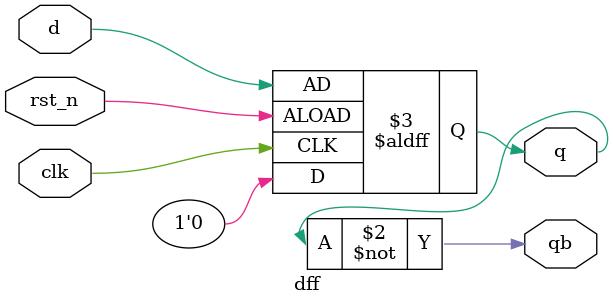
<source format=v>
module dff (
  input clk, rst_n,
  input d,
  output reg q ,
  output qb
  );
  
  always@(posedge clk or negedge rst_n) 
    begin
    if(rst_n) 
      q <= 1'b0;
     
    else      
      q <= d;
    
  end
  assign qb=~q;
endmodule








</source>
